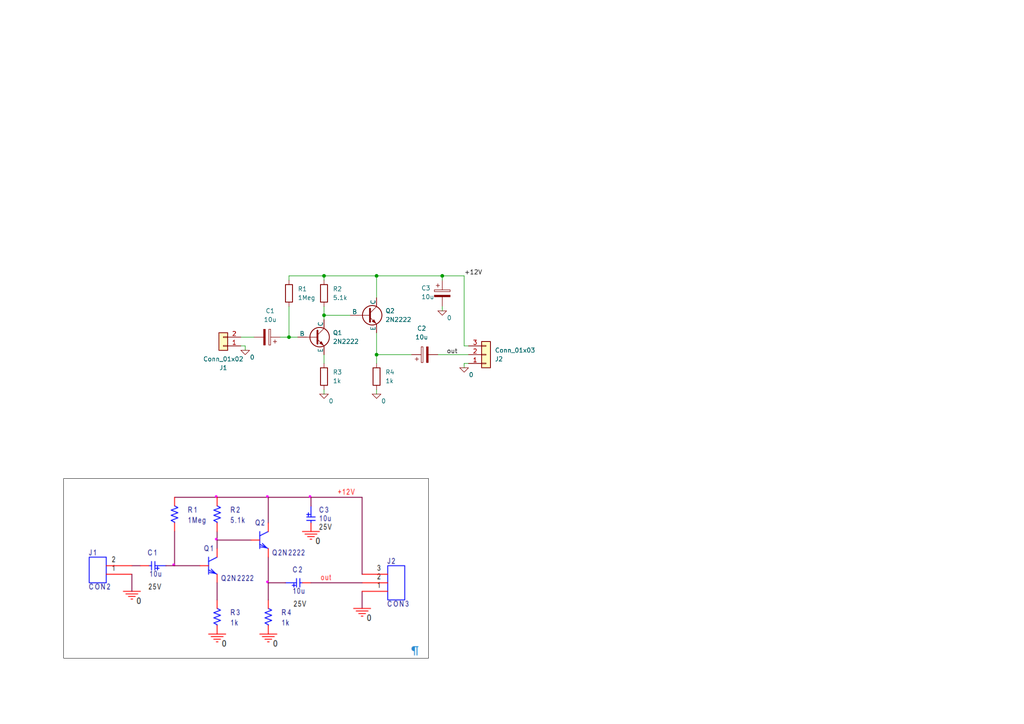
<source format=kicad_sch>
(kicad_sch (version 20250114) (generator "eeschema") (generator_version "9.0")
  (paper "A4")
  (lib_symbols
    (symbol "Connector_Generic:Conn_01x02" (pin_names (offset 1.016) (hide yes))
      (property "Reference" "J" (at 0 2.54 0))
      (property "Value" "Conn_01x02" (at 0 -5.08 0))
      (symbol "Conn_01x02_1_1"
        (rectangle (start -1.27 1.27) (end 1.27 -3.81) (stroke (width 0.254)) (fill (type background)))
        (rectangle (start -1.27 0.127) (end 0 -0.127) (stroke (width 0.1524)))
        (rectangle (start -1.27 -2.413) (end 0 -2.667) (stroke (width 0.1524)))
        (pin passive line (at -5.08 0 0) (length 3.81) (name "Pin_1") (number "1"))
        (pin passive line (at -5.08 -2.54 0) (length 3.81) (name "Pin_2") (number "2"))
      )
    )
    (symbol "Connector_Generic:Conn_01x03" (pin_names (offset 1.016) (hide yes))
      (property "Reference" "J" (at 0 5.08 0))
      (property "Value" "Conn_01x03" (at 0 -5.08 0))
      (symbol "Conn_01x03_1_1"
        (rectangle (start -1.27 3.81) (end 1.27 -3.81) (stroke (width 0.254)) (fill (type background)))
        (rectangle (start -1.27 2.667) (end 0 2.413) (stroke (width 0.1524)))
        (rectangle (start -1.27 0.127) (end 0 -0.127) (stroke (width 0.1524)))
        (rectangle (start -1.27 -2.413) (end 0 -2.667) (stroke (width 0.1524)))
        (pin passive line (at -5.08 2.54 0) (length 3.81) (name "Pin_1") (number "1"))
        (pin passive line (at -5.08 0 0) (length 3.81) (name "Pin_2") (number "2"))
        (pin passive line (at -5.08 -2.54 0) (length 3.81) (name "Pin_3") (number "3"))
      )
    )
    (symbol "Device:C_Polarized" (pin_numbers (hide yes)) (pin_names (offset 0.254))
      (property "Reference" "C" (at 0.635 2.54 0))
      (property "Value" "C_Polarized" (at 0.635 -2.54 0))
      (symbol "C_Polarized_0_1"
        (rectangle (start -2.286 0.508) (end 2.286 1.016))
        (polyline (pts (xy -1.778 2.286) (xy -0.762 2.286)))
        (polyline (pts (xy -1.27 2.794) (xy -1.27 1.778)))
        (rectangle (start 2.286 -0.508) (end -2.286 -1.016) (fill (type outline)))
      )
      (symbol "C_Polarized_1_1"
        (pin passive line (at 0 3.81 270) (length 2.794) (name "~") (number "1"))
        (pin passive line (at 0 -3.81 90) (length 2.794) (name "~") (number "2"))
      )
    )
    (symbol "Device:R" (pin_numbers (hide yes)) (pin_names (offset 0))
      (property "Reference" "R" (at 2.032 0 90))
      (property "Value" "R" (at 0 0 90))
      (symbol "R_0_1"
        (rectangle (start -1.016 -2.54) (end 1.016 2.54) (stroke (width 0.254)))
      )
      (symbol "R_1_1"
        (pin passive line (at 0 3.81 270) (length 1.27) (name "~") (number "1"))
        (pin passive line (at 0 -3.81 90) (length 1.27) (name "~") (number "2"))
      )
    )
    (symbol "Simulation_SPICE:0" (power) (pin_numbers (hide yes)) (pin_names (offset 0) (hide yes))
      (property "Value" "0" (at 0 -2.54 0))
      (symbol "0_0_1"
        (polyline (pts (xy -1.27 0) (xy 0 -1.27) (xy 1.27 0) (xy -1.27 0)))
      )
      (symbol "0_1_1"
        (pin power_in line (at 0 0 0) (length 0) (name "~") (number "1"))
      )
    )
    (symbol "Simulation_SPICE:NPN" (pin_numbers (hide yes)) (pin_names (offset 0))
      (property "Reference" "Q" (at -2.54 7.62 0))
      (property "Value" "NPN" (at -2.54 5.08 0))
      (symbol "NPN_0_1"
        (polyline (pts (xy -2.54 0) (xy 0.635 0)) (stroke (width 0.1524)))
        (polyline (pts (xy 0.635 1.905) (xy 0.635 -1.905) (xy 0.635 -1.905)) (stroke (width 0.508)))
        (polyline (pts (xy 0.635 0.635) (xy 2.54 2.54)))
        (polyline (pts (xy 0.635 -0.635) (xy 2.54 -2.54) (xy 2.54 -2.54)))
        (circle (center 1.27 0) (radius 2.8194) (stroke (width 0.254)))
        (polyline (pts (xy 1.27 -1.778) (xy 1.778 -1.27) (xy 2.286 -2.286) (xy 1.27 -1.778) (xy 1.27 -1.778)) (fill (type outline)))
        (polyline (pts (xy 2.794 -1.27) (xy 2.794 -1.27)) (stroke (width 0.1524)))
        (polyline (pts (xy 2.794 -1.27) (xy 2.794 -1.27)) (stroke (width 0.1524)))
      )
      (symbol "NPN_1_1"
        (pin input line (at -5.08 0 0) (length 2.54) (name "B") (number "2"))
        (pin open_collector line (at 2.54 5.08 270) (length 2.54) (name "C") (number "1"))
        (pin open_emitter line (at 2.54 -5.08 90) (length 2.54) (name "E") (number "3"))
      )
    )
  )
  (junction (at 83.82 97.79))
  (junction (at 93.98 80.01))
  (junction (at 93.98 91.44))
  (junction (at 109.22 102.87))
  (junction (at 128.27 80.01))
  (junction (at 109.22 80.01))
  (wire (pts (xy 93.98 91.44) (xy 93.98 92.71)))
  (wire (pts (xy 109.22 113.03) (xy 109.22 114.3)))
  (wire (pts (xy 93.98 80.01) (xy 93.98 81.28)))
  (wire (pts (xy 69.85 97.79) (xy 73.66 97.79)))
  (wire (pts (xy 109.22 96.52) (xy 109.22 102.87)))
  (wire (pts (xy 135.89 105.41) (xy 134.62 105.41)))
  (wire (pts (xy 93.98 88.9) (xy 93.98 91.44)))
  (wire (pts (xy 134.62 105.41) (xy 134.62 106.68)))
  (wire (pts (xy 127 102.87) (xy 135.89 102.87)))
  (wire (pts (xy 83.82 80.01) (xy 93.98 80.01)))
  (wire (pts (xy 134.62 80.01) (xy 128.27 80.01)))
  (wire (pts (xy 128.27 81.28) (xy 128.27 80.01)))
  (wire (pts (xy 93.98 113.03) (xy 93.98 114.3)))
  (wire (pts (xy 83.82 81.28) (xy 83.82 80.01)))
  (wire (pts (xy 109.22 102.87) (xy 119.38 102.87)))
  (wire (pts (xy 109.22 102.87) (xy 109.22 105.41)))
  (wire (pts (xy 109.22 80.01) (xy 128.27 80.01)))
  (wire (pts (xy 134.62 100.33) (xy 135.89 100.33)))
  (wire (pts (xy 109.22 80.01) (xy 93.98 80.01)))
  (wire (pts (xy 128.27 88.9) (xy 128.27 90.17)))
  (wire (pts (xy 134.62 100.33) (xy 134.62 80.01)))
  (wire (pts (xy 71.12 101.6) (xy 71.12 100.33)))
  (wire (pts (xy 71.12 100.33) (xy 69.85 100.33)))
  (wire (pts (xy 93.98 91.44) (xy 101.6 91.44)))
  (wire (pts (xy 81.28 97.79) (xy 83.82 97.79)))
  (wire (pts (xy 83.82 97.79) (xy 83.82 88.9)))
  (wire (pts (xy 86.36 97.79) (xy 83.82 97.79)))
  (wire (pts (xy 109.22 86.36) (xy 109.22 80.01)))
  (wire (pts (xy 93.98 102.87) (xy 93.98 105.41)))
  (image (at 71.374 164.846) (scale 1.83237))
  (label "+12V" (at 134.62 80.01 0))
  (label "out" (at 129.54 102.87 0))
  (symbol (lib_id "Device:R") (at 83.82 85.09 0) (unit 1)
    (property "Reference" "R1" (at 86.36 83.8199 0) (effects (justify left)))
    (property "Value" "1Meg" (at 86.36 86.3599 0) (effects (justify left)))
    (property "Footprint" "Resistor_THT:R_Axial_DIN0207_L6.3mm_D2.5mm_P7.62mm_Horizontal" (effects (hide yes)))
    (property "Description" "Resistor" (effects (hide yes)))
  )
  (symbol (lib_id "Connector_Generic:Conn_01x02") (at 64.77 100.33 180) (unit 1)
    (property "Reference" "J1" (at 64.77 106.68 0))
    (property "Value" "Conn_01x02" (at 64.77 104.14 0))
    (property "Footprint" "Connector_PinHeader_2.54mm:PinHeader_1x02_P2.54mm_Vertical" (effects (hide yes)))
    (property "Description" "Generic connector, single row, 01x02, script generated (kicad-library-utils/schlib/autogen/connector/)" (effects (hide yes)))
  )
  (symbol (lib_id "Simulation_SPICE:NPN") (at 91.44 97.79 0) (unit 1)
    (property "Reference" "Q1" (at 96.52 96.5199 0) (effects (justify left)))
    (property "Value" "2N2222" (at 96.52 99.0599 0) (effects (justify left)))
    (property "Footprint" "Package_TO_SOT_THT:TO-18-3" (effects (hide yes)))
    (property "Datasheet" "https://ngspice.sourceforge.io/docs/ngspice-html-manual/manual.xhtml#cha_BJTs" (effects (hide yes)))
    (property "Description" "Bipolar transistor symbol for simulation only, substrate tied to the emitter" (effects (hide yes)))
    (property "Sim.Device" "NPN" (effects (hide yes)))
    (property "Sim.Type" "GUMMELPOON" (effects (hide yes)))
    (property "Sim.Pins" "1=C 2=B 3=E" (effects (hide yes)))
  )
  (symbol (lib_id "Simulation_SPICE:0") (at 128.27 90.17 0) (unit 1)
    (property "Reference" "#GND02" (effects (hide yes)))
    (property "Value" "0" (at 130.302 92.202 0))
    (property "Datasheet" "https://ngspice.sourceforge.io/docs/ngspice-html-manual/manual.xhtml#subsec_Circuit_elements__device" (effects (hide yes)))
    (property "Description" "0V reference potential for simulation" (effects (hide yes)))
  )
  (symbol (lib_id "Device:R") (at 109.22 109.22 0) (unit 1)
    (property "Reference" "R4" (at 111.76 107.9499 0) (effects (justify left)))
    (property "Value" "1k" (at 111.76 110.4899 0) (effects (justify left)))
    (property "Footprint" "Resistor_THT:R_Axial_DIN0207_L6.3mm_D2.5mm_P7.62mm_Horizontal" (effects (hide yes)))
    (property "Description" "Resistor" (effects (hide yes)))
  )
  (symbol (lib_id "Simulation_SPICE:0") (at 109.22 114.3 0) (unit 1)
    (property "Reference" "#GND05" (effects (hide yes)))
    (property "Value" "0" (at 111.252 116.332 0))
    (property "Datasheet" "https://ngspice.sourceforge.io/docs/ngspice-html-manual/manual.xhtml#subsec_Circuit_elements__device" (effects (hide yes)))
    (property "Description" "0V reference potential for simulation" (effects (hide yes)))
  )
  (symbol (lib_id "Simulation_SPICE:0") (at 93.98 114.3 0) (unit 1)
    (property "Reference" "#GND04" (effects (hide yes)))
    (property "Value" "0" (at 96.012 116.332 0))
    (property "Datasheet" "https://ngspice.sourceforge.io/docs/ngspice-html-manual/manual.xhtml#subsec_Circuit_elements__device" (effects (hide yes)))
    (property "Description" "0V reference potential for simulation" (effects (hide yes)))
  )
  (symbol (lib_id "Device:R") (at 93.98 85.09 0) (unit 1)
    (property "Reference" "R2" (at 96.52 83.8199 0) (effects (justify left)))
    (property "Value" "5.1k" (at 96.52 86.3599 0) (effects (justify left)))
    (property "Footprint" "Resistor_THT:R_Axial_DIN0207_L6.3mm_D2.5mm_P7.62mm_Horizontal" (effects (hide yes)))
    (property "Description" "Resistor" (effects (hide yes)))
  )
  (symbol (lib_id "Device:C_Polarized") (at 123.19 102.87 90) (unit 1)
    (property "Reference" "C2" (at 122.301 95.25 90))
    (property "Value" "10u" (at 122.301 97.79 90))
    (property "Footprint" "Capacitor_THT:CP_Radial_D5.0mm_P2.50mm" (effects (hide yes)))
    (property "Description" "Polarized capacitor" (effects (hide yes)))
  )
  (symbol (lib_id "Connector_Generic:Conn_01x03") (at 140.97 102.87 0) (mirror x) (unit 1)
    (property "Reference" "J2" (at 143.51 104.1401 0) (effects (justify left)))
    (property "Value" "Conn_01x03" (at 143.51 101.6001 0) (effects (justify left)))
    (property "Footprint" "Connector_PinHeader_2.54mm:PinHeader_1x03_P2.54mm_Vertical" (effects (hide yes)))
    (property "Description" "Generic connector, single row, 01x03, script generated (kicad-library-utils/schlib/autogen/connector/)" (effects (hide yes)))
  )
  (symbol (lib_id "Simulation_SPICE:0") (at 134.62 106.68 0) (unit 1)
    (property "Reference" "#GND03" (effects (hide yes)))
    (property "Value" "0" (at 136.652 108.712 0))
    (property "Datasheet" "https://ngspice.sourceforge.io/docs/ngspice-html-manual/manual.xhtml#subsec_Circuit_elements__device" (effects (hide yes)))
    (property "Description" "0V reference potential for simulation" (effects (hide yes)))
  )
  (symbol (lib_id "Simulation_SPICE:0") (at 71.12 101.6 0) (unit 1)
    (property "Reference" "#GND01" (effects (hide yes)))
    (property "Value" "0" (at 73.152 103.632 0))
    (property "Datasheet" "https://ngspice.sourceforge.io/docs/ngspice-html-manual/manual.xhtml#subsec_Circuit_elements__device" (effects (hide yes)))
    (property "Description" "0V reference potential for simulation" (effects (hide yes)))
  )
  (symbol (lib_id "Simulation_SPICE:NPN") (at 106.68 91.44 0) (unit 1)
    (property "Reference" "Q2" (at 111.76 90.1699 0) (effects (justify left)))
    (property "Value" "2N2222" (at 111.76 92.7099 0) (effects (justify left)))
    (property "Footprint" "Package_TO_SOT_THT:TO-18-3" (effects (hide yes)))
    (property "Datasheet" "https://ngspice.sourceforge.io/docs/ngspice-html-manual/manual.xhtml#cha_BJTs" (effects (hide yes)))
    (property "Description" "Bipolar transistor symbol for simulation only, substrate tied to the emitter" (effects (hide yes)))
    (property "Sim.Device" "NPN" (effects (hide yes)))
    (property "Sim.Type" "GUMMELPOON" (effects (hide yes)))
    (property "Sim.Pins" "1=C 2=B 3=E" (effects (hide yes)))
  )
  (symbol (lib_id "Device:C_Polarized") (at 128.27 85.09 0) (unit 1)
    (property "Reference" "C3" (at 122.174 83.566 0) (effects (justify left)))
    (property "Value" "10u" (at 122.174 86.106 0) (effects (justify left)))
    (property "Footprint" "Capacitor_THT:CP_Radial_D5.0mm_P2.50mm" (effects (hide yes)))
    (property "Description" "Polarized capacitor" (effects (hide yes)))
  )
  (symbol (lib_id "Device:C_Polarized") (at 77.47 97.79 270) (mirror x) (unit 1)
    (property "Reference" "C1" (at 78.359 90.17 90))
    (property "Value" "10u" (at 78.359 92.71 90))
    (property "Footprint" "Capacitor_THT:CP_Radial_D5.0mm_P2.50mm" (effects (hide yes)))
    (property "Description" "Polarized capacitor" (effects (hide yes)))
  )
  (symbol (lib_id "Device:R") (at 93.98 109.22 0) (unit 1)
    (property "Reference" "R3" (at 96.52 107.9499 0) (effects (justify left)))
    (property "Value" "1k" (at 96.52 110.4899 0) (effects (justify left)))
    (property "Footprint" "Resistor_THT:R_Axial_DIN0207_L6.3mm_D2.5mm_P7.62mm_Horizontal" (effects (hide yes)))
    (property "Description" "Resistor" (effects (hide yes)))
  )
)
</source>
